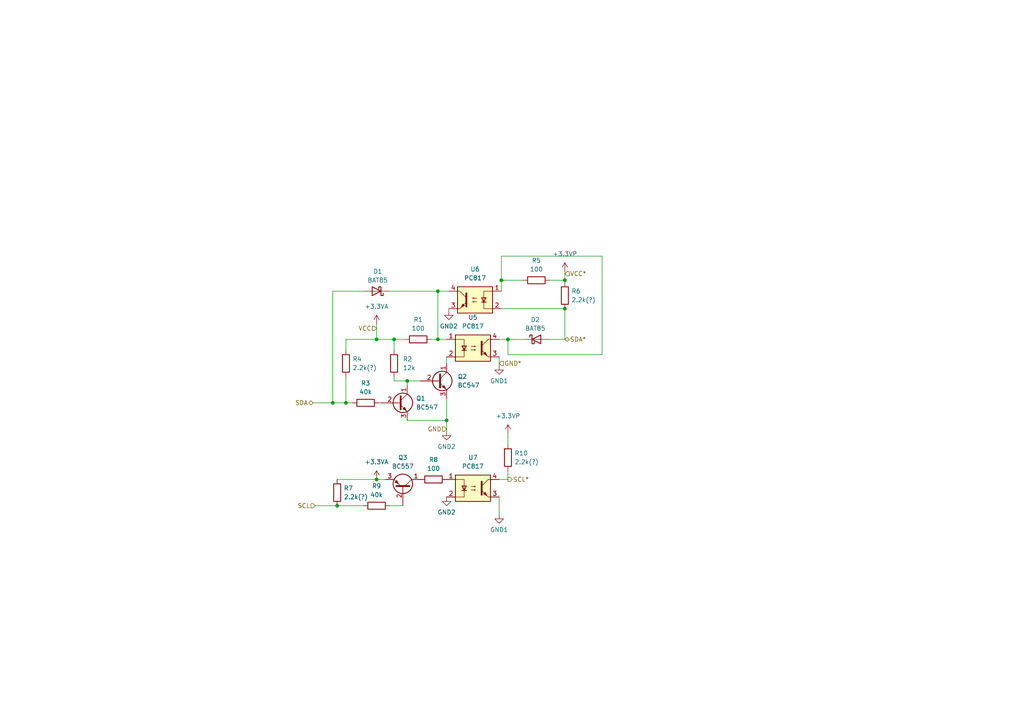
<source format=kicad_sch>
(kicad_sch (version 20230121) (generator eeschema)
  (paper "A4")
  (lib_symbols
    (symbol "Device:R" (pin_numbers hide) (pin_names (offset 0))
      (property "Reference" "R" (at 2.032 0 90))
      (property "Value" "R" (at 0 0 90))
      (symbol "R_0_1"
        (rectangle (start -1.016 -2.54) (end 1.016 2.54) (stroke (width 0.254)))
      )
      (symbol "R_1_1"
        (pin passive line (at 0 3.81 270) (length 1.27) (name "~") (number "1"))
        (pin passive line (at 0 -3.81 90) (length 1.27) (name "~") (number "2"))
      )
    )
    (symbol "Diode:BAT85" (pin_numbers hide) (pin_names (offset 1.016) hide)
      (property "Reference" "D" (at 0 2.54 0))
      (property "Value" "BAT85" (at 0 -2.54 0))
      (symbol "BAT85_0_1"
        (polyline (pts (xy 1.27 0) (xy -1.27 0)))
        (polyline (pts (xy 1.27 1.27) (xy 1.27 -1.27) (xy -1.27 0) (xy 1.27 1.27)) (stroke (width 0.254)))
        (polyline (pts (xy -1.905 0.635) (xy -1.905 1.27) (xy -1.27 1.27) (xy -1.27 -1.27) (xy -0.635 -1.27) (xy -0.635 -0.635)) (stroke (width 0.254)))
      )
      (symbol "BAT85_1_1"
        (pin passive line (at -3.81 0 0) (length 2.54) (name "K") (number "1"))
        (pin passive line (at 3.81 0 180) (length 2.54) (name "A") (number "2"))
      )
    )
    (symbol "Isolator:PC817" (pin_names (offset 1.016))
      (property "Reference" "U" (at -5.08 5.08 0))
      (property "Value" "PC817" (at 0 5.08 0))
      (symbol "PC817_0_1"
        (rectangle (start -5.08 3.81) (end 5.08 -3.81) (stroke (width 0.254)) (fill (type background)))
        (polyline (pts (xy -3.175 -0.635) (xy -1.905 -0.635)) (stroke (width 0.254)))
        (polyline (pts (xy 2.54 0.635) (xy 4.445 2.54)))
        (polyline (pts (xy 4.445 -2.54) (xy 2.54 -0.635)) (fill (type outline)))
        (polyline (pts (xy 4.445 -2.54) (xy 5.08 -2.54)))
        (polyline (pts (xy 4.445 2.54) (xy 5.08 2.54)))
        (polyline (pts (xy -5.08 2.54) (xy -2.54 2.54) (xy -2.54 -0.635)))
        (polyline (pts (xy -2.54 -0.635) (xy -2.54 -2.54) (xy -5.08 -2.54)))
        (polyline (pts (xy 2.54 1.905) (xy 2.54 -1.905) (xy 2.54 -1.905)) (stroke (width 0.508)))
        (polyline (pts (xy -2.54 -0.635) (xy -3.175 0.635) (xy -1.905 0.635) (xy -2.54 -0.635)) (stroke (width 0.254)))
        (polyline (pts (xy -0.508 -0.508) (xy 0.762 -0.508) (xy 0.381 -0.635) (xy 0.381 -0.381) (xy 0.762 -0.508)))
        (polyline (pts (xy -0.508 0.508) (xy 0.762 0.508) (xy 0.381 0.381) (xy 0.381 0.635) (xy 0.762 0.508)))
        (polyline (pts (xy 3.048 -1.651) (xy 3.556 -1.143) (xy 4.064 -2.159) (xy 3.048 -1.651) (xy 3.048 -1.651)) (fill (type outline)))
      )
      (symbol "PC817_1_1"
        (pin passive line (at -7.62 2.54 0) (length 2.54) (name "~") (number "1"))
        (pin passive line (at -7.62 -2.54 0) (length 2.54) (name "~") (number "2"))
        (pin passive line (at 7.62 -2.54 180) (length 2.54) (name "~") (number "3"))
        (pin passive line (at 7.62 2.54 180) (length 2.54) (name "~") (number "4"))
      )
    )
    (symbol "Transistor_BJT:BC547" (pin_names (offset 0) hide)
      (property "Reference" "Q" (at 5.08 1.905 0))
      (property "Value" "BC547" (at 5.08 0 0))
      (symbol "BC547_0_1"
        (polyline (pts (xy 0 0) (xy 0.635 0)))
        (polyline (pts (xy 0.635 0.635) (xy 2.54 2.54)))
        (polyline (pts (xy 0.635 -0.635) (xy 2.54 -2.54) (xy 2.54 -2.54)))
        (polyline (pts (xy 0.635 1.905) (xy 0.635 -1.905) (xy 0.635 -1.905)) (stroke (width 0.508)))
        (polyline (pts (xy 1.27 -1.778) (xy 1.778 -1.27) (xy 2.286 -2.286) (xy 1.27 -1.778) (xy 1.27 -1.778)) (fill (type outline)))
        (circle (center 1.27 0) (radius 2.8194) (stroke (width 0.254)))
      )
      (symbol "BC547_1_1"
        (pin passive line (at 2.54 5.08 270) (length 2.54) (name "C") (number "1"))
        (pin input line (at -5.08 0 0) (length 5.08) (name "B") (number "2"))
        (pin passive line (at 2.54 -5.08 90) (length 2.54) (name "E") (number "3"))
      )
    )
    (symbol "Transistor_BJT:BC557" (pin_names (offset 0) hide)
      (property "Reference" "Q" (at 5.08 1.905 0))
      (property "Value" "BC557" (at 5.08 0 0))
      (symbol "BC557_0_1"
        (polyline (pts (xy 0.635 0.635) (xy 2.54 2.54)))
        (polyline (pts (xy 0.635 -0.635) (xy 2.54 -2.54) (xy 2.54 -2.54)))
        (polyline (pts (xy 0.635 1.905) (xy 0.635 -1.905) (xy 0.635 -1.905)) (stroke (width 0.508)))
        (polyline (pts (xy 2.286 -1.778) (xy 1.778 -2.286) (xy 1.27 -1.27) (xy 2.286 -1.778) (xy 2.286 -1.778)) (fill (type outline)))
        (circle (center 1.27 0) (radius 2.8194) (stroke (width 0.254)))
      )
      (symbol "BC557_1_1"
        (pin passive line (at 2.54 5.08 270) (length 2.54) (name "C") (number "1"))
        (pin input line (at -5.08 0 0) (length 5.715) (name "B") (number "2"))
        (pin passive line (at 2.54 -5.08 90) (length 2.54) (name "E") (number "3"))
      )
    )
    (symbol "power:+3.3VA" (power) (pin_names (offset 0))
      (property "Value" "+3.3VA" (at 0 3.556 0))
      (symbol "+3.3VA_0_1"
        (polyline (pts (xy -0.762 1.27) (xy 0 2.54)))
        (polyline (pts (xy 0 0) (xy 0 2.54)))
        (polyline (pts (xy 0 2.54) (xy 0.762 1.27)))
      )
      (symbol "+3.3VA_1_1"
        (pin power_in line (at 0 0 90) (length 0) hide (name "+3.3VA") (number "1"))
      )
    )
    (symbol "power:+3.3VP" (power) (pin_names (offset 0))
      (property "Value" "+3.3VP" (at 0 2.54 0))
      (symbol "+3.3VP_0_0"
        (pin power_in line (at 0 0 90) (length 0) hide (name "+3.3VP") (number "1"))
      )
      (symbol "+3.3VP_0_1"
        (polyline (pts (xy -0.762 1.27) (xy 0 2.54)))
        (polyline (pts (xy 0 0) (xy 0 2.54)))
        (polyline (pts (xy 0 2.54) (xy 0.762 1.27)))
      )
    )
    (symbol "power:GND1" (power) (pin_names (offset 0))
      (property "Value" "GND1" (at 0 -3.81 0))
      (symbol "GND1_0_1"
        (polyline (pts (xy 0 0) (xy 0 -1.27) (xy 1.27 -1.27) (xy 0 -2.54) (xy -1.27 -1.27) (xy 0 -1.27)))
      )
      (symbol "GND1_1_1"
        (pin power_in line (at 0 0 270) (length 0) hide (name "GND1") (number "1"))
      )
    )
    (symbol "power:GND2" (power) (pin_names (offset 0))
      (property "Value" "GND2" (at 0 -3.81 0))
      (symbol "GND2_0_1"
        (polyline (pts (xy 0 0) (xy 0 -1.27) (xy 1.27 -1.27) (xy 0 -2.54) (xy -1.27 -1.27) (xy 0 -1.27)))
      )
      (symbol "GND2_1_1"
        (pin power_in line (at 0 0 270) (length 0) hide (name "GND2") (number "1"))
      )
    )
  )
  (junction (at 96.52 116.84))
  (junction (at 129.54 121.92))
  (junction (at 145.415 81.28))
  (junction (at 127 84.455))
  (junction (at 118.11 110.49))
  (junction (at 114.3 98.425))
  (junction (at 109.22 98.425))
  (junction (at 127 98.425))
  (junction (at 97.79 146.685))
  (junction (at 147.32 98.425))
  (junction (at 109.22 139.065))
  (junction (at 100.33 116.84))
  (junction (at 163.83 81.28))
  (junction (at 163.83 89.535))
  (wire (pts (xy 114.3 109.22) (xy 114.3 110.49)))
  (wire (pts (xy 127 98.425) (xy 129.54 98.425)))
  (wire (pts (xy 145.415 89.535) (xy 163.83 89.535)))
  (wire (pts (xy 129.54 121.92) (xy 129.54 125.095)))
  (wire (pts (xy 97.79 146.685) (xy 105.41 146.685)))
  (wire (pts (xy 109.22 93.98) (xy 109.22 98.425)))
  (wire (pts (xy 97.79 139.065) (xy 109.22 139.065)))
  (wire (pts (xy 147.32 98.425) (xy 151.765 98.425)))
  (wire (pts (xy 147.32 136.525) (xy 147.32 139.065)))
  (wire (pts (xy 144.78 98.425) (xy 147.32 98.425)))
  (wire (pts (xy 100.33 109.22) (xy 100.33 116.84)))
  (wire (pts (xy 144.78 149.225) (xy 144.78 144.145)))
  (wire (pts (xy 91.44 146.685) (xy 97.79 146.685)))
  (wire (pts (xy 163.83 81.28) (xy 163.83 81.915)))
  (wire (pts (xy 129.54 105.41) (xy 129.54 103.505)))
  (wire (pts (xy 145.415 81.28) (xy 145.415 84.455)))
  (wire (pts (xy 114.3 110.49) (xy 118.11 110.49)))
  (wire (pts (xy 109.22 98.425) (xy 114.3 98.425)))
  (wire (pts (xy 147.32 139.065) (xy 144.78 139.065)))
  (wire (pts (xy 100.33 101.6) (xy 100.33 98.425)))
  (wire (pts (xy 114.3 98.425) (xy 117.475 98.425)))
  (wire (pts (xy 145.415 81.28) (xy 151.765 81.28)))
  (wire (pts (xy 159.385 98.425) (xy 163.83 98.425)))
  (wire (pts (xy 174.625 74.295) (xy 145.415 74.295)))
  (wire (pts (xy 113.03 84.455) (xy 127 84.455)))
  (wire (pts (xy 125.095 98.425) (xy 127 98.425)))
  (wire (pts (xy 113.03 146.685) (xy 116.84 146.685)))
  (wire (pts (xy 118.11 111.76) (xy 118.11 110.49)))
  (wire (pts (xy 129.54 121.92) (xy 118.11 121.92)))
  (wire (pts (xy 147.32 102.87) (xy 174.625 102.87)))
  (wire (pts (xy 147.32 125.73) (xy 147.32 128.905)))
  (wire (pts (xy 100.33 116.84) (xy 102.235 116.84)))
  (wire (pts (xy 96.52 116.84) (xy 100.33 116.84)))
  (wire (pts (xy 144.78 106.045) (xy 144.78 103.505)))
  (wire (pts (xy 147.32 98.425) (xy 147.32 102.87)))
  (wire (pts (xy 96.52 84.455) (xy 96.52 116.84)))
  (wire (pts (xy 163.83 89.535) (xy 163.83 98.425)))
  (wire (pts (xy 105.41 84.455) (xy 96.52 84.455)))
  (wire (pts (xy 127 98.425) (xy 127 84.455)))
  (wire (pts (xy 100.33 98.425) (xy 109.22 98.425)))
  (wire (pts (xy 90.805 116.84) (xy 96.52 116.84)))
  (wire (pts (xy 109.22 139.065) (xy 111.76 139.065)))
  (wire (pts (xy 163.83 78.74) (xy 163.83 81.28)))
  (wire (pts (xy 109.855 116.84) (xy 110.49 116.84)))
  (wire (pts (xy 114.3 98.425) (xy 114.3 101.6)))
  (wire (pts (xy 130.175 89.535) (xy 130.175 90.17)))
  (wire (pts (xy 127 84.455) (xy 130.175 84.455)))
  (wire (pts (xy 174.625 102.87) (xy 174.625 74.295)))
  (wire (pts (xy 159.385 81.28) (xy 163.83 81.28)))
  (wire (pts (xy 118.11 110.49) (xy 121.92 110.49)))
  (wire (pts (xy 145.415 74.295) (xy 145.415 81.28)))
  (wire (pts (xy 129.54 115.57) (xy 129.54 121.92)))
  (hierarchical_label "SCL*" (shape output) (at 147.32 139.065 0))
  (hierarchical_label "VCC*" (shape input) (at 163.83 79.375 0))
  (hierarchical_label "SDA" (shape bidirectional) (at 90.805 116.84 180))
  (hierarchical_label "SDA*" (shape bidirectional) (at 163.83 98.425 0))
  (hierarchical_label "GND" (shape input) (at 129.54 124.46 180))
  (hierarchical_label "SCL" (shape input) (at 91.44 146.685 180))
  (hierarchical_label "VCC" (shape input) (at 109.22 95.25 180))
  (hierarchical_label "GND*" (shape input) (at 144.78 105.41 0))
  (symbol (lib_id "Device:R") (at 106.045 116.84 270) (unit 1)
    (property "Reference" "R3" (at 106.045 111.125 90))
    (property "Value" "40k" (at 106.045 113.665 90))
  )
  (symbol (lib_id "Device:R") (at 97.79 142.875 0) (unit 1)
    (property "Reference" "R7" (at 99.695 141.605 0) (effects (justify left)))
    (property "Value" "2.2k(?)" (at 99.695 144.145 0) (effects (justify left)))
  )
  (symbol (lib_id "Isolator:PC817") (at 137.16 100.965 0) (unit 1)
    (property "Reference" "U5" (at 137.16 92.075 0))
    (property "Value" "PC817" (at 137.16 94.615 0))
    (property "Footprint" "Package_DIP:DIP-4_W7.62mm" (effects hide))
    (property "Datasheet" "http://www.soselectronic.cz/a_info/resource/d/pc817.pdf" (effects hide))
  )
  (symbol (lib_id "Device:R") (at 121.285 98.425 90) (unit 1)
    (property "Reference" "R1" (at 121.285 92.71 90))
    (property "Value" "100" (at 121.285 95.25 90))
  )
  (symbol (lib_id "Transistor_BJT:BC547") (at 127 110.49 0) (unit 1)
    (property "Reference" "Q2" (at 132.715 109.22 0) (effects (justify left)))
    (property "Value" "BC547" (at 132.715 111.76 0) (effects (justify left)))
    (property "Footprint" "Package_TO_SOT_THT:TO-92_Inline" (effects hide))
    (property "Datasheet" "https://www.onsemi.com/pub/Collateral/BC550-D.pdf" (effects hide))
  )
  (symbol (lib_id "Device:R") (at 100.33 105.41 0) (unit 1)
    (property "Reference" "R4" (at 102.235 104.14 0) (effects (justify left)))
    (property "Value" "2.2k(?)" (at 102.235 106.68 0) (effects (justify left)))
  )
  (symbol (lib_id "power:GND2") (at 129.54 144.145 0) (unit 1)
    (property "Reference" "#PWR031" (effects hide))
    (property "Value" "GND2" (at 129.54 148.59 0))
  )
  (symbol (lib_id "power:GND1") (at 144.78 106.045 0) (unit 1)
    (property "Reference" "#PWR04" (effects hide))
    (property "Value" "GND1" (at 144.78 110.49 0))
  )
  (symbol (lib_id "Device:R") (at 147.32 132.715 0) (unit 1)
    (property "Reference" "R10" (at 149.225 131.445 0) (effects (justify left)))
    (property "Value" "2.2k(?)" (at 149.225 133.985 0) (effects (justify left)))
  )
  (symbol (lib_id "power:GND2") (at 130.175 90.17 0) (unit 1)
    (property "Reference" "#PWR034" (effects hide))
    (property "Value" "GND2" (at 130.175 94.615 0))
  )
  (symbol (lib_id "power:+3.3VP") (at 147.32 125.73 0) (unit 1)
    (property "Reference" "#PWR037" (effects hide))
    (property "Value" "+3.3VP" (at 147.32 120.65 0))
  )
  (symbol (lib_id "power:+3.3VA") (at 109.22 93.98 0) (unit 1)
    (property "Reference" "#PWR033" (effects hide))
    (property "Value" "+3.3VA" (at 109.22 88.9 0))
  )
  (symbol (lib_id "power:GND2") (at 129.54 125.095 0) (unit 1)
    (property "Reference" "#PWR05" (effects hide))
    (property "Value" "GND2" (at 129.54 129.54 0))
  )
  (symbol (lib_id "Transistor_BJT:BC547") (at 115.57 116.84 0) (unit 1)
    (property "Reference" "Q1" (at 120.65 115.57 0) (effects (justify left)))
    (property "Value" "BC547" (at 120.65 118.11 0) (effects (justify left)))
    (property "Footprint" "Package_TO_SOT_THT:TO-92_Inline" (effects hide))
    (property "Datasheet" "https://www.onsemi.com/pub/Collateral/BC550-D.pdf" (effects hide))
  )
  (symbol (lib_id "Device:R") (at 155.575 81.28 90) (unit 1)
    (property "Reference" "R5" (at 155.575 75.565 90))
    (property "Value" "100" (at 155.575 78.105 90))
  )
  (symbol (lib_id "power:GND1") (at 144.78 149.225 0) (unit 1)
    (property "Reference" "#PWR036" (effects hide))
    (property "Value" "GND1" (at 144.78 153.67 0))
  )
  (symbol (lib_id "Isolator:PC817") (at 137.795 86.995 0) (mirror y) (unit 1)
    (property "Reference" "U6" (at 137.795 78.105 0))
    (property "Value" "PC817" (at 137.795 80.645 0))
    (property "Footprint" "Package_DIP:DIP-4_W7.62mm" (effects hide))
    (property "Datasheet" "http://www.soselectronic.cz/a_info/resource/d/pc817.pdf" (effects hide))
  )
  (symbol (lib_id "Device:R") (at 163.83 85.725 0) (unit 1)
    (property "Reference" "R6" (at 165.735 84.455 0) (effects (justify left)))
    (property "Value" "2.2k(?)" (at 165.735 86.995 0) (effects (justify left)))
  )
  (symbol (lib_id "power:+3.3VA") (at 109.22 139.065 0) (unit 1)
    (property "Reference" "#PWR035" (effects hide))
    (property "Value" "+3.3VA" (at 109.22 133.985 0))
  )
  (symbol (lib_id "Diode:BAT85") (at 155.575 98.425 0) (unit 1)
    (property "Reference" "D2" (at 155.2575 92.71 0))
    (property "Value" "BAT85" (at 155.2575 95.25 0))
    (property "Footprint" "Diode_THT:D_DO-35_SOD27_P7.62mm_Horizontal" (effects hide))
    (property "Datasheet" "https://assets.nexperia.com/documents/data-sheet/BAT85.pdf" (effects hide))
  )
  (symbol (lib_id "power:+3.3VP") (at 163.83 78.74 0) (unit 1)
    (property "Reference" "#PWR032" (effects hide))
    (property "Value" "+3.3VP" (at 163.83 73.66 0))
  )
  (symbol (lib_id "Device:R") (at 109.22 146.685 90) (unit 1)
    (property "Reference" "R9" (at 109.22 140.97 90))
    (property "Value" "40k" (at 109.22 143.51 90))
  )
  (symbol (lib_id "Device:R") (at 114.3 105.41 0) (unit 1)
    (property "Reference" "R2" (at 116.84 104.14 0) (effects (justify left)))
    (property "Value" "12k" (at 116.84 106.68 0) (effects (justify left)))
  )
  (symbol (lib_id "Isolator:PC817") (at 137.16 141.605 0) (unit 1)
    (property "Reference" "U7" (at 137.16 132.715 0))
    (property "Value" "PC817" (at 137.16 135.255 0))
    (property "Footprint" "Package_DIP:DIP-4_W7.62mm" (effects hide))
    (property "Datasheet" "http://www.soselectronic.cz/a_info/resource/d/pc817.pdf" (effects hide))
  )
  (symbol (lib_id "Device:R") (at 125.73 139.065 90) (unit 1)
    (property "Reference" "R8" (at 125.73 133.35 90))
    (property "Value" "100" (at 125.73 135.89 90))
  )
  (symbol (lib_id "Diode:BAT85") (at 109.22 84.455 180) (unit 1)
    (property "Reference" "D1" (at 109.5375 78.74 0))
    (property "Value" "BAT85" (at 109.5375 81.28 0))
    (property "Footprint" "Diode_THT:D_DO-35_SOD27_P7.62mm_Horizontal" (effects hide))
    (property "Datasheet" "https://assets.nexperia.com/documents/data-sheet/BAT85.pdf" (effects hide))
  )
  (symbol (lib_id "Transistor_BJT:BC557") (at 116.84 141.605 270) (mirror x) (unit 1)
    (property "Reference" "Q3" (at 116.84 132.715 90))
    (property "Value" "BC557" (at 116.84 135.255 90))
    (property "Footprint" "Package_TO_SOT_THT:TO-92_Inline" (effects hide))
    (property "Datasheet" "https://www.onsemi.com/pub/Collateral/BC556BTA-D.pdf" (effects hide))
  )
)
</source>
